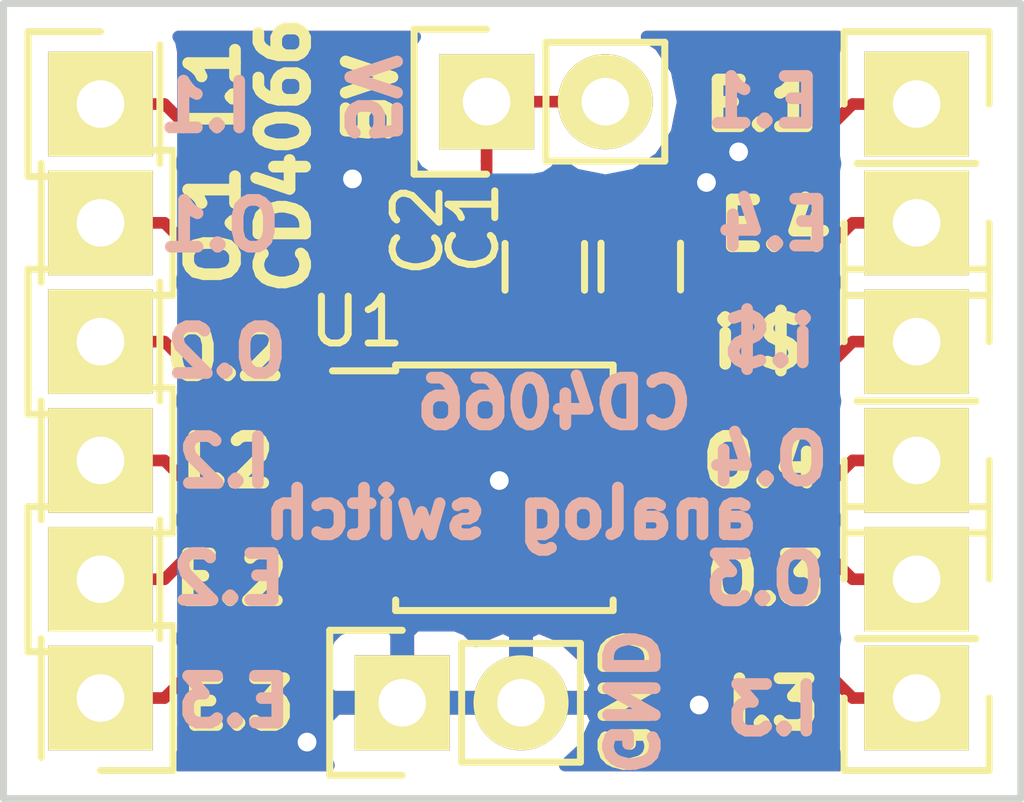
<source format=kicad_pcb>
(kicad_pcb (version 4) (host pcbnew 4.0.4+e1-6308~48~ubuntu16.04.1-stable)

  (general
    (links 20)
    (no_connects 0)
    (area 208.924999 86.674999 230.825001 103.825001)
    (thickness 1.6)
    (drawings 35)
    (tracks 96)
    (zones 0)
    (modules 17)
    (nets 15)
  )

  (page A4)
  (layers
    (0 F.Cu signal)
    (31 B.Cu signal)
    (32 B.Adhes user)
    (33 F.Adhes user)
    (34 B.Paste user)
    (35 F.Paste user)
    (36 B.SilkS user)
    (37 F.SilkS user)
    (38 B.Mask user)
    (39 F.Mask user)
    (40 Dwgs.User user)
    (41 Cmts.User user)
    (42 Eco1.User user)
    (43 Eco2.User user)
    (44 Edge.Cuts user)
    (45 Margin user)
    (46 B.CrtYd user)
    (47 F.CrtYd user)
    (48 B.Fab user hide)
    (49 F.Fab user hide)
  )

  (setup
    (last_trace_width 0.25)
    (trace_clearance 0.2)
    (zone_clearance 0.508)
    (zone_45_only no)
    (trace_min 0.2)
    (segment_width 0.2)
    (edge_width 0.15)
    (via_size 0.6)
    (via_drill 0.4)
    (via_min_size 0.4)
    (via_min_drill 0.3)
    (uvia_size 0.3)
    (uvia_drill 0.1)
    (uvias_allowed no)
    (uvia_min_size 0.2)
    (uvia_min_drill 0.1)
    (pcb_text_width 0.3)
    (pcb_text_size 1.5 1.5)
    (mod_edge_width 0.15)
    (mod_text_size 1 1)
    (mod_text_width 0.15)
    (pad_size 1.524 1.524)
    (pad_drill 0.762)
    (pad_to_mask_clearance 0.05)
    (aux_axis_origin 0 0)
    (visible_elements FFFFFF7F)
    (pcbplotparams
      (layerselection 0x010fc_80000001)
      (usegerberextensions true)
      (usegerberattributes true)
      (excludeedgelayer true)
      (linewidth 0.100000)
      (plotframeref false)
      (viasonmask false)
      (mode 1)
      (useauxorigin false)
      (hpglpennumber 1)
      (hpglpenspeed 20)
      (hpglpendiameter 15)
      (hpglpenoverlay 2)
      (psnegative false)
      (psa4output false)
      (plotreference true)
      (plotvalue true)
      (plotinvisibletext false)
      (padsonsilk false)
      (subtractmaskfromsilk true)
      (outputformat 1)
      (mirror false)
      (drillshape 0)
      (scaleselection 1)
      (outputdirectory as4_gerb/))
  )

  (net 0 "")
  (net 1 /VCC)
  (net 2 /GND)
  (net 3 /I.1)
  (net 4 /EN.1)
  (net 5 /I.2)
  (net 6 /EN.2)
  (net 7 /I.3)
  (net 8 /EN.3)
  (net 9 /I.4)
  (net 10 /EN.4)
  (net 11 /O.1)
  (net 12 /O.2)
  (net 13 /O.3)
  (net 14 /O.4)

  (net_class Default "This is the default net class."
    (clearance 0.2)
    (trace_width 0.25)
    (via_dia 0.6)
    (via_drill 0.4)
    (uvia_dia 0.3)
    (uvia_drill 0.1)
    (add_net /EN.1)
    (add_net /EN.2)
    (add_net /EN.3)
    (add_net /EN.4)
    (add_net /GND)
    (add_net /I.1)
    (add_net /I.2)
    (add_net /I.3)
    (add_net /I.4)
    (add_net /O.1)
    (add_net /O.2)
    (add_net /O.3)
    (add_net /O.4)
    (add_net /VCC)
  )

  (module Pin_Headers:Pin_Header_Straight_1x02 (layer F.Cu) (tedit 580FC953) (tstamp 580FC845)
    (at 219.329 88.8492 90)
    (descr "Through hole pin header")
    (tags "pin header")
    (path /581068F2)
    (fp_text reference P1 (at 0 -5.1 90) (layer F.SilkS) hide
      (effects (font (size 1 1) (thickness 0.15)))
    )
    (fp_text value CONN_01X02 (at 0 -3.1 90) (layer F.Fab)
      (effects (font (size 1 1) (thickness 0.15)))
    )
    (fp_line (start 1.27 1.27) (end 1.27 3.81) (layer F.SilkS) (width 0.15))
    (fp_line (start 1.55 -1.55) (end 1.55 0) (layer F.SilkS) (width 0.15))
    (fp_line (start -1.75 -1.75) (end -1.75 4.3) (layer F.CrtYd) (width 0.05))
    (fp_line (start 1.75 -1.75) (end 1.75 4.3) (layer F.CrtYd) (width 0.05))
    (fp_line (start -1.75 -1.75) (end 1.75 -1.75) (layer F.CrtYd) (width 0.05))
    (fp_line (start -1.75 4.3) (end 1.75 4.3) (layer F.CrtYd) (width 0.05))
    (fp_line (start 1.27 1.27) (end -1.27 1.27) (layer F.SilkS) (width 0.15))
    (fp_line (start -1.55 0) (end -1.55 -1.55) (layer F.SilkS) (width 0.15))
    (fp_line (start -1.55 -1.55) (end 1.55 -1.55) (layer F.SilkS) (width 0.15))
    (fp_line (start -1.27 1.27) (end -1.27 3.81) (layer F.SilkS) (width 0.15))
    (fp_line (start -1.27 3.81) (end 1.27 3.81) (layer F.SilkS) (width 0.15))
    (pad 1 thru_hole rect (at 0 0 90) (size 2.032 2.032) (drill 1.016) (layers *.Cu *.Mask F.SilkS)
      (net 1 /VCC))
    (pad 2 thru_hole oval (at 0 2.54 90) (size 2.032 2.032) (drill 1.016) (layers *.Cu *.Mask F.SilkS)
      (net 1 /VCC))
    (model Pin_Headers.3dshapes/Pin_Header_Straight_1x02.wrl
      (at (xyz 0 -0.05 0))
      (scale (xyz 1 1 1))
      (rotate (xyz 0 0 90))
    )
  )

  (module Pin_Headers:Pin_Header_Straight_1x02 (layer F.Cu) (tedit 580FC92D) (tstamp 580FC84B)
    (at 217.5256 101.7016 90)
    (descr "Through hole pin header")
    (tags "pin header")
    (path /581071D7)
    (fp_text reference P2 (at 0 -5.1 90) (layer F.SilkS) hide
      (effects (font (size 1 1) (thickness 0.15)))
    )
    (fp_text value CONN_01X02 (at 0 -3.1 90) (layer F.Fab)
      (effects (font (size 1 1) (thickness 0.15)))
    )
    (fp_line (start 1.27 1.27) (end 1.27 3.81) (layer F.SilkS) (width 0.15))
    (fp_line (start 1.55 -1.55) (end 1.55 0) (layer F.SilkS) (width 0.15))
    (fp_line (start -1.75 -1.75) (end -1.75 4.3) (layer F.CrtYd) (width 0.05))
    (fp_line (start 1.75 -1.75) (end 1.75 4.3) (layer F.CrtYd) (width 0.05))
    (fp_line (start -1.75 -1.75) (end 1.75 -1.75) (layer F.CrtYd) (width 0.05))
    (fp_line (start -1.75 4.3) (end 1.75 4.3) (layer F.CrtYd) (width 0.05))
    (fp_line (start 1.27 1.27) (end -1.27 1.27) (layer F.SilkS) (width 0.15))
    (fp_line (start -1.55 0) (end -1.55 -1.55) (layer F.SilkS) (width 0.15))
    (fp_line (start -1.55 -1.55) (end 1.55 -1.55) (layer F.SilkS) (width 0.15))
    (fp_line (start -1.27 1.27) (end -1.27 3.81) (layer F.SilkS) (width 0.15))
    (fp_line (start -1.27 3.81) (end 1.27 3.81) (layer F.SilkS) (width 0.15))
    (pad 1 thru_hole rect (at 0 0 90) (size 2.032 2.032) (drill 1.016) (layers *.Cu *.Mask F.SilkS)
      (net 2 /GND))
    (pad 2 thru_hole oval (at 0 2.54 90) (size 2.032 2.032) (drill 1.016) (layers *.Cu *.Mask F.SilkS)
      (net 2 /GND))
    (model Pin_Headers.3dshapes/Pin_Header_Straight_1x02.wrl
      (at (xyz 0 -0.05 0))
      (scale (xyz 1 1 1))
      (rotate (xyz 0 0 90))
    )
  )

  (module Pin_Headers:Pin_Header_Straight_1x01 (layer F.Cu) (tedit 580FC94F) (tstamp 580FC850)
    (at 211.074 88.9 90)
    (descr "Through hole pin header")
    (tags "pin header")
    (path /580FEA29)
    (fp_text reference P3 (at 0 -5.1 180) (layer F.SilkS) hide
      (effects (font (size 1 1) (thickness 0.15)))
    )
    (fp_text value CONN_01X01 (at 0 -3.1 90) (layer F.Fab)
      (effects (font (size 1 1) (thickness 0.15)))
    )
    (fp_line (start 1.55 -1.55) (end 1.55 0) (layer F.SilkS) (width 0.15))
    (fp_line (start -1.75 -1.75) (end -1.75 1.75) (layer F.CrtYd) (width 0.05))
    (fp_line (start 1.75 -1.75) (end 1.75 1.75) (layer F.CrtYd) (width 0.05))
    (fp_line (start -1.75 -1.75) (end 1.75 -1.75) (layer F.CrtYd) (width 0.05))
    (fp_line (start -1.75 1.75) (end 1.75 1.75) (layer F.CrtYd) (width 0.05))
    (fp_line (start -1.55 0) (end -1.55 -1.55) (layer F.SilkS) (width 0.15))
    (fp_line (start -1.55 -1.55) (end 1.55 -1.55) (layer F.SilkS) (width 0.15))
    (fp_line (start -1.27 1.27) (end 1.27 1.27) (layer F.SilkS) (width 0.15))
    (pad 1 thru_hole rect (at 0 0 90) (size 2.2352 2.2352) (drill 1.016) (layers *.Cu *.Mask F.SilkS)
      (net 3 /I.1))
    (model Pin_Headers.3dshapes/Pin_Header_Straight_1x01.wrl
      (at (xyz 0 0 0))
      (scale (xyz 1 1 1))
      (rotate (xyz 0 0 90))
    )
  )

  (module Pin_Headers:Pin_Header_Straight_1x01 (layer F.Cu) (tedit 580FCA2B) (tstamp 580FC855)
    (at 228.5238 88.9)
    (descr "Through hole pin header")
    (tags "pin header")
    (path /580FEA2F)
    (fp_text reference P4 (at 0 -5.1) (layer F.SilkS) hide
      (effects (font (size 1 1) (thickness 0.15)))
    )
    (fp_text value CONN_01X01 (at 0 -3.1) (layer F.Fab)
      (effects (font (size 1 1) (thickness 0.15)))
    )
    (fp_line (start 1.55 -1.55) (end 1.55 0) (layer F.SilkS) (width 0.15))
    (fp_line (start -1.75 -1.75) (end -1.75 1.75) (layer F.CrtYd) (width 0.05))
    (fp_line (start 1.75 -1.75) (end 1.75 1.75) (layer F.CrtYd) (width 0.05))
    (fp_line (start -1.75 -1.75) (end 1.75 -1.75) (layer F.CrtYd) (width 0.05))
    (fp_line (start -1.75 1.75) (end 1.75 1.75) (layer F.CrtYd) (width 0.05))
    (fp_line (start -1.55 0) (end -1.55 -1.55) (layer F.SilkS) (width 0.15))
    (fp_line (start -1.55 -1.55) (end 1.55 -1.55) (layer F.SilkS) (width 0.15))
    (fp_line (start -1.27 1.27) (end 1.27 1.27) (layer F.SilkS) (width 0.15))
    (pad 1 thru_hole rect (at 0 0) (size 2.2352 2.2352) (drill 1.016) (layers *.Cu *.Mask F.SilkS)
      (net 4 /EN.1))
    (model Pin_Headers.3dshapes/Pin_Header_Straight_1x01.wrl
      (at (xyz 0 0 0))
      (scale (xyz 1 1 1))
      (rotate (xyz 0 0 90))
    )
  )

  (module Pin_Headers:Pin_Header_Straight_1x01 (layer F.Cu) (tedit 580FC95E) (tstamp 580FC85A)
    (at 211.074 96.52 270)
    (descr "Through hole pin header")
    (tags "pin header")
    (path /580FCAE1)
    (fp_text reference P5 (at 0 -5.1 270) (layer F.SilkS) hide
      (effects (font (size 1 1) (thickness 0.15)))
    )
    (fp_text value CONN_01X01 (at 0 -3.1 270) (layer F.Fab)
      (effects (font (size 1 1) (thickness 0.15)))
    )
    (fp_line (start 1.55 -1.55) (end 1.55 0) (layer F.SilkS) (width 0.15))
    (fp_line (start -1.75 -1.75) (end -1.75 1.75) (layer F.CrtYd) (width 0.05))
    (fp_line (start 1.75 -1.75) (end 1.75 1.75) (layer F.CrtYd) (width 0.05))
    (fp_line (start -1.75 -1.75) (end 1.75 -1.75) (layer F.CrtYd) (width 0.05))
    (fp_line (start -1.75 1.75) (end 1.75 1.75) (layer F.CrtYd) (width 0.05))
    (fp_line (start -1.55 0) (end -1.55 -1.55) (layer F.SilkS) (width 0.15))
    (fp_line (start -1.55 -1.55) (end 1.55 -1.55) (layer F.SilkS) (width 0.15))
    (fp_line (start -1.27 1.27) (end 1.27 1.27) (layer F.SilkS) (width 0.15))
    (pad 1 thru_hole rect (at 0 0 270) (size 2.2352 2.2352) (drill 1.016) (layers *.Cu *.Mask F.SilkS)
      (net 5 /I.2))
    (model Pin_Headers.3dshapes/Pin_Header_Straight_1x01.wrl
      (at (xyz 0 0 0))
      (scale (xyz 1 1 1))
      (rotate (xyz 0 0 90))
    )
  )

  (module Pin_Headers:Pin_Header_Straight_1x01 (layer F.Cu) (tedit 580FC965) (tstamp 580FC85F)
    (at 211.074 99.06 90)
    (descr "Through hole pin header")
    (tags "pin header")
    (path /580FCCD9)
    (fp_text reference P6 (at 0 -5.1 90) (layer F.SilkS) hide
      (effects (font (size 1 1) (thickness 0.15)))
    )
    (fp_text value CONN_01X01 (at 0 -3.1 90) (layer F.Fab)
      (effects (font (size 1 1) (thickness 0.15)))
    )
    (fp_line (start 1.55 -1.55) (end 1.55 0) (layer F.SilkS) (width 0.15))
    (fp_line (start -1.75 -1.75) (end -1.75 1.75) (layer F.CrtYd) (width 0.05))
    (fp_line (start 1.75 -1.75) (end 1.75 1.75) (layer F.CrtYd) (width 0.05))
    (fp_line (start -1.75 -1.75) (end 1.75 -1.75) (layer F.CrtYd) (width 0.05))
    (fp_line (start -1.75 1.75) (end 1.75 1.75) (layer F.CrtYd) (width 0.05))
    (fp_line (start -1.55 0) (end -1.55 -1.55) (layer F.SilkS) (width 0.15))
    (fp_line (start -1.55 -1.55) (end 1.55 -1.55) (layer F.SilkS) (width 0.15))
    (fp_line (start -1.27 1.27) (end 1.27 1.27) (layer F.SilkS) (width 0.15))
    (pad 1 thru_hole rect (at 0 0 90) (size 2.2352 2.2352) (drill 1.016) (layers *.Cu *.Mask F.SilkS)
      (net 6 /EN.2))
    (model Pin_Headers.3dshapes/Pin_Header_Straight_1x01.wrl
      (at (xyz 0 0 0))
      (scale (xyz 1 1 1))
      (rotate (xyz 0 0 90))
    )
  )

  (module Pin_Headers:Pin_Header_Straight_1x01 (layer F.Cu) (tedit 580FCAEC) (tstamp 580FC864)
    (at 228.5238 101.6 180)
    (descr "Through hole pin header")
    (tags "pin header")
    (path /580FECE8)
    (fp_text reference P7 (at 0 -5.1 180) (layer F.SilkS) hide
      (effects (font (size 1 1) (thickness 0.15)))
    )
    (fp_text value CONN_01X01 (at 0 -3.1 180) (layer F.Fab)
      (effects (font (size 1 1) (thickness 0.15)))
    )
    (fp_line (start 1.55 -1.55) (end 1.55 0) (layer F.SilkS) (width 0.15))
    (fp_line (start -1.75 -1.75) (end -1.75 1.75) (layer F.CrtYd) (width 0.05))
    (fp_line (start 1.75 -1.75) (end 1.75 1.75) (layer F.CrtYd) (width 0.05))
    (fp_line (start -1.75 -1.75) (end 1.75 -1.75) (layer F.CrtYd) (width 0.05))
    (fp_line (start -1.75 1.75) (end 1.75 1.75) (layer F.CrtYd) (width 0.05))
    (fp_line (start -1.55 0) (end -1.55 -1.55) (layer F.SilkS) (width 0.15))
    (fp_line (start -1.55 -1.55) (end 1.55 -1.55) (layer F.SilkS) (width 0.15))
    (fp_line (start -1.27 1.27) (end 1.27 1.27) (layer F.SilkS) (width 0.15))
    (pad 1 thru_hole rect (at 0 0 180) (size 2.2352 2.2352) (drill 1.016) (layers *.Cu *.Mask F.SilkS)
      (net 7 /I.3))
    (model Pin_Headers.3dshapes/Pin_Header_Straight_1x01.wrl
      (at (xyz 0 0 0))
      (scale (xyz 1 1 1))
      (rotate (xyz 0 0 90))
    )
  )

  (module Pin_Headers:Pin_Header_Straight_1x01 (layer F.Cu) (tedit 580FC972) (tstamp 580FC869)
    (at 211.074 101.6 270)
    (descr "Through hole pin header")
    (tags "pin header")
    (path /580FECEE)
    (fp_text reference P8 (at 0 -5.1 270) (layer F.SilkS) hide
      (effects (font (size 1 1) (thickness 0.15)))
    )
    (fp_text value CONN_01X01 (at 0 -3.1 270) (layer F.Fab)
      (effects (font (size 1 1) (thickness 0.15)))
    )
    (fp_line (start 1.55 -1.55) (end 1.55 0) (layer F.SilkS) (width 0.15))
    (fp_line (start -1.75 -1.75) (end -1.75 1.75) (layer F.CrtYd) (width 0.05))
    (fp_line (start 1.75 -1.75) (end 1.75 1.75) (layer F.CrtYd) (width 0.05))
    (fp_line (start -1.75 -1.75) (end 1.75 -1.75) (layer F.CrtYd) (width 0.05))
    (fp_line (start -1.75 1.75) (end 1.75 1.75) (layer F.CrtYd) (width 0.05))
    (fp_line (start -1.55 0) (end -1.55 -1.55) (layer F.SilkS) (width 0.15))
    (fp_line (start -1.55 -1.55) (end 1.55 -1.55) (layer F.SilkS) (width 0.15))
    (fp_line (start -1.27 1.27) (end 1.27 1.27) (layer F.SilkS) (width 0.15))
    (pad 1 thru_hole rect (at 0 0 270) (size 2.2352 2.2352) (drill 1.016) (layers *.Cu *.Mask F.SilkS)
      (net 8 /EN.3))
    (model Pin_Headers.3dshapes/Pin_Header_Straight_1x01.wrl
      (at (xyz 0 0 0))
      (scale (xyz 1 1 1))
      (rotate (xyz 0 0 90))
    )
  )

  (module Pin_Headers:Pin_Header_Straight_1x01 (layer F.Cu) (tedit 580FCAF1) (tstamp 580FC86E)
    (at 228.5238 93.98)
    (descr "Through hole pin header")
    (tags "pin header")
    (path /580FF982)
    (fp_text reference P9 (at 0 -5.1) (layer F.SilkS) hide
      (effects (font (size 1 1) (thickness 0.15)))
    )
    (fp_text value CONN_01X01 (at 0 -3.1) (layer F.Fab)
      (effects (font (size 1 1) (thickness 0.15)))
    )
    (fp_line (start 1.55 -1.55) (end 1.55 0) (layer F.SilkS) (width 0.15))
    (fp_line (start -1.75 -1.75) (end -1.75 1.75) (layer F.CrtYd) (width 0.05))
    (fp_line (start 1.75 -1.75) (end 1.75 1.75) (layer F.CrtYd) (width 0.05))
    (fp_line (start -1.75 -1.75) (end 1.75 -1.75) (layer F.CrtYd) (width 0.05))
    (fp_line (start -1.75 1.75) (end 1.75 1.75) (layer F.CrtYd) (width 0.05))
    (fp_line (start -1.55 0) (end -1.55 -1.55) (layer F.SilkS) (width 0.15))
    (fp_line (start -1.55 -1.55) (end 1.55 -1.55) (layer F.SilkS) (width 0.15))
    (fp_line (start -1.27 1.27) (end 1.27 1.27) (layer F.SilkS) (width 0.15))
    (pad 1 thru_hole rect (at 0 0) (size 2.2352 2.2352) (drill 1.016) (layers *.Cu *.Mask F.SilkS)
      (net 9 /I.4))
    (model Pin_Headers.3dshapes/Pin_Header_Straight_1x01.wrl
      (at (xyz 0 0 0))
      (scale (xyz 1 1 1))
      (rotate (xyz 0 0 90))
    )
  )

  (module Pin_Headers:Pin_Header_Straight_1x01 (layer F.Cu) (tedit 580FCAD4) (tstamp 580FC873)
    (at 228.5238 91.44 180)
    (descr "Through hole pin header")
    (tags "pin header")
    (path /580FF988)
    (fp_text reference P10 (at 0 -5.1 180) (layer F.SilkS) hide
      (effects (font (size 1 1) (thickness 0.15)))
    )
    (fp_text value CONN_01X01 (at 0 -3.1 180) (layer F.Fab)
      (effects (font (size 1 1) (thickness 0.15)))
    )
    (fp_line (start 1.55 -1.55) (end 1.55 0) (layer F.SilkS) (width 0.15))
    (fp_line (start -1.75 -1.75) (end -1.75 1.75) (layer F.CrtYd) (width 0.05))
    (fp_line (start 1.75 -1.75) (end 1.75 1.75) (layer F.CrtYd) (width 0.05))
    (fp_line (start -1.75 -1.75) (end 1.75 -1.75) (layer F.CrtYd) (width 0.05))
    (fp_line (start -1.75 1.75) (end 1.75 1.75) (layer F.CrtYd) (width 0.05))
    (fp_line (start -1.55 0) (end -1.55 -1.55) (layer F.SilkS) (width 0.15))
    (fp_line (start -1.55 -1.55) (end 1.55 -1.55) (layer F.SilkS) (width 0.15))
    (fp_line (start -1.27 1.27) (end 1.27 1.27) (layer F.SilkS) (width 0.15))
    (pad 1 thru_hole rect (at 0 0 180) (size 2.2352 2.2352) (drill 1.016) (layers *.Cu *.Mask F.SilkS)
      (net 10 /EN.4))
    (model Pin_Headers.3dshapes/Pin_Header_Straight_1x01.wrl
      (at (xyz 0 0 0))
      (scale (xyz 1 1 1))
      (rotate (xyz 0 0 90))
    )
  )

  (module Pin_Headers:Pin_Header_Straight_1x01 (layer F.Cu) (tedit 580FC941) (tstamp 580FC878)
    (at 211.074 91.44 270)
    (descr "Through hole pin header")
    (tags "pin header")
    (path /580FEA35)
    (fp_text reference P11 (at 0 -5.1 270) (layer F.SilkS) hide
      (effects (font (size 1 1) (thickness 0.15)))
    )
    (fp_text value CONN_01X01 (at 0 -3.1 270) (layer F.Fab)
      (effects (font (size 1 1) (thickness 0.15)))
    )
    (fp_line (start 1.55 -1.55) (end 1.55 0) (layer F.SilkS) (width 0.15))
    (fp_line (start -1.75 -1.75) (end -1.75 1.75) (layer F.CrtYd) (width 0.05))
    (fp_line (start 1.75 -1.75) (end 1.75 1.75) (layer F.CrtYd) (width 0.05))
    (fp_line (start -1.75 -1.75) (end 1.75 -1.75) (layer F.CrtYd) (width 0.05))
    (fp_line (start -1.75 1.75) (end 1.75 1.75) (layer F.CrtYd) (width 0.05))
    (fp_line (start -1.55 0) (end -1.55 -1.55) (layer F.SilkS) (width 0.15))
    (fp_line (start -1.55 -1.55) (end 1.55 -1.55) (layer F.SilkS) (width 0.15))
    (fp_line (start -1.27 1.27) (end 1.27 1.27) (layer F.SilkS) (width 0.15))
    (pad 1 thru_hole rect (at 0 0 270) (size 2.2352 2.2352) (drill 1.016) (layers *.Cu *.Mask F.SilkS)
      (net 11 /O.1))
    (model Pin_Headers.3dshapes/Pin_Header_Straight_1x01.wrl
      (at (xyz 0 0 0))
      (scale (xyz 1 1 1))
      (rotate (xyz 0 0 90))
    )
  )

  (module Pin_Headers:Pin_Header_Straight_1x01 (layer F.Cu) (tedit 580FC947) (tstamp 580FC87D)
    (at 211.074 93.98 90)
    (descr "Through hole pin header")
    (tags "pin header")
    (path /580FCD00)
    (fp_text reference P12 (at 0 -5.1 90) (layer F.SilkS) hide
      (effects (font (size 1 1) (thickness 0.15)))
    )
    (fp_text value CONN_01X01 (at 0 -3.1 90) (layer F.Fab)
      (effects (font (size 1 1) (thickness 0.15)))
    )
    (fp_line (start 1.55 -1.55) (end 1.55 0) (layer F.SilkS) (width 0.15))
    (fp_line (start -1.75 -1.75) (end -1.75 1.75) (layer F.CrtYd) (width 0.05))
    (fp_line (start 1.75 -1.75) (end 1.75 1.75) (layer F.CrtYd) (width 0.05))
    (fp_line (start -1.75 -1.75) (end 1.75 -1.75) (layer F.CrtYd) (width 0.05))
    (fp_line (start -1.75 1.75) (end 1.75 1.75) (layer F.CrtYd) (width 0.05))
    (fp_line (start -1.55 0) (end -1.55 -1.55) (layer F.SilkS) (width 0.15))
    (fp_line (start -1.55 -1.55) (end 1.55 -1.55) (layer F.SilkS) (width 0.15))
    (fp_line (start -1.27 1.27) (end 1.27 1.27) (layer F.SilkS) (width 0.15))
    (pad 1 thru_hole rect (at 0 0 90) (size 2.2352 2.2352) (drill 1.016) (layers *.Cu *.Mask F.SilkS)
      (net 12 /O.2))
    (model Pin_Headers.3dshapes/Pin_Header_Straight_1x01.wrl
      (at (xyz 0 0 0))
      (scale (xyz 1 1 1))
      (rotate (xyz 0 0 90))
    )
  )

  (module Pin_Headers:Pin_Header_Straight_1x01 (layer F.Cu) (tedit 580FCAED) (tstamp 580FC882)
    (at 228.5238 99.06)
    (descr "Through hole pin header")
    (tags "pin header")
    (path /580FECF4)
    (fp_text reference P13 (at 0 -5.1) (layer F.SilkS) hide
      (effects (font (size 1 1) (thickness 0.15)))
    )
    (fp_text value CONN_01X01 (at 0 -3.1) (layer F.Fab)
      (effects (font (size 1 1) (thickness 0.15)))
    )
    (fp_line (start 1.55 -1.55) (end 1.55 0) (layer F.SilkS) (width 0.15))
    (fp_line (start -1.75 -1.75) (end -1.75 1.75) (layer F.CrtYd) (width 0.05))
    (fp_line (start 1.75 -1.75) (end 1.75 1.75) (layer F.CrtYd) (width 0.05))
    (fp_line (start -1.75 -1.75) (end 1.75 -1.75) (layer F.CrtYd) (width 0.05))
    (fp_line (start -1.75 1.75) (end 1.75 1.75) (layer F.CrtYd) (width 0.05))
    (fp_line (start -1.55 0) (end -1.55 -1.55) (layer F.SilkS) (width 0.15))
    (fp_line (start -1.55 -1.55) (end 1.55 -1.55) (layer F.SilkS) (width 0.15))
    (fp_line (start -1.27 1.27) (end 1.27 1.27) (layer F.SilkS) (width 0.15))
    (pad 1 thru_hole rect (at 0 0) (size 2.2352 2.2352) (drill 1.016) (layers *.Cu *.Mask F.SilkS)
      (net 13 /O.3))
    (model Pin_Headers.3dshapes/Pin_Header_Straight_1x01.wrl
      (at (xyz 0 0 0))
      (scale (xyz 1 1 1))
      (rotate (xyz 0 0 90))
    )
  )

  (module Pin_Headers:Pin_Header_Straight_1x01 (layer F.Cu) (tedit 580FCAEF) (tstamp 580FC887)
    (at 228.5238 96.52 180)
    (descr "Through hole pin header")
    (tags "pin header")
    (path /580FF98E)
    (fp_text reference P14 (at 0 -5.1 180) (layer F.SilkS) hide
      (effects (font (size 1 1) (thickness 0.15)))
    )
    (fp_text value CONN_01X01 (at 0 -3.1 180) (layer F.Fab)
      (effects (font (size 1 1) (thickness 0.15)))
    )
    (fp_line (start 1.55 -1.55) (end 1.55 0) (layer F.SilkS) (width 0.15))
    (fp_line (start -1.75 -1.75) (end -1.75 1.75) (layer F.CrtYd) (width 0.05))
    (fp_line (start 1.75 -1.75) (end 1.75 1.75) (layer F.CrtYd) (width 0.05))
    (fp_line (start -1.75 -1.75) (end 1.75 -1.75) (layer F.CrtYd) (width 0.05))
    (fp_line (start -1.75 1.75) (end 1.75 1.75) (layer F.CrtYd) (width 0.05))
    (fp_line (start -1.55 0) (end -1.55 -1.55) (layer F.SilkS) (width 0.15))
    (fp_line (start -1.55 -1.55) (end 1.55 -1.55) (layer F.SilkS) (width 0.15))
    (fp_line (start -1.27 1.27) (end 1.27 1.27) (layer F.SilkS) (width 0.15))
    (pad 1 thru_hole rect (at 0 0 180) (size 2.2352 2.2352) (drill 1.016) (layers *.Cu *.Mask F.SilkS)
      (net 14 /O.4))
    (model Pin_Headers.3dshapes/Pin_Header_Straight_1x01.wrl
      (at (xyz 0 0 0))
      (scale (xyz 1 1 1))
      (rotate (xyz 0 0 90))
    )
  )

  (module Housings_SSOP:TSSOP-14_4.4x5mm_Pitch0.65mm (layer F.Cu) (tedit 54130A77) (tstamp 580FC899)
    (at 219.71 97.1042)
    (descr "14-Lead Plastic Thin Shrink Small Outline (ST)-4.4 mm Body [TSSOP] (see Microchip Packaging Specification 00000049BS.pdf)")
    (tags "SSOP 0.65")
    (path /580FC076)
    (attr smd)
    (fp_text reference U1 (at -3.15 -3.55) (layer F.SilkS)
      (effects (font (size 1 1) (thickness 0.15)))
    )
    (fp_text value 4066 (at 0 3.55) (layer F.Fab)
      (effects (font (size 1 1) (thickness 0.15)))
    )
    (fp_line (start -1.2 -2.5) (end 2.2 -2.5) (layer F.Fab) (width 0.15))
    (fp_line (start 2.2 -2.5) (end 2.2 2.5) (layer F.Fab) (width 0.15))
    (fp_line (start 2.2 2.5) (end -2.2 2.5) (layer F.Fab) (width 0.15))
    (fp_line (start -2.2 2.5) (end -2.2 -1.5) (layer F.Fab) (width 0.15))
    (fp_line (start -2.2 -1.5) (end -1.2 -2.5) (layer F.Fab) (width 0.15))
    (fp_line (start -3.95 -2.8) (end -3.95 2.8) (layer F.CrtYd) (width 0.05))
    (fp_line (start 3.95 -2.8) (end 3.95 2.8) (layer F.CrtYd) (width 0.05))
    (fp_line (start -3.95 -2.8) (end 3.95 -2.8) (layer F.CrtYd) (width 0.05))
    (fp_line (start -3.95 2.8) (end 3.95 2.8) (layer F.CrtYd) (width 0.05))
    (fp_line (start -2.325 -2.625) (end -2.325 -2.5) (layer F.SilkS) (width 0.15))
    (fp_line (start 2.325 -2.625) (end 2.325 -2.4) (layer F.SilkS) (width 0.15))
    (fp_line (start 2.325 2.625) (end 2.325 2.4) (layer F.SilkS) (width 0.15))
    (fp_line (start -2.325 2.625) (end -2.325 2.4) (layer F.SilkS) (width 0.15))
    (fp_line (start -2.325 -2.625) (end 2.325 -2.625) (layer F.SilkS) (width 0.15))
    (fp_line (start -2.325 2.625) (end 2.325 2.625) (layer F.SilkS) (width 0.15))
    (fp_line (start -2.325 -2.5) (end -3.675 -2.5) (layer F.SilkS) (width 0.15))
    (pad 1 smd rect (at -2.95 -1.95) (size 1.45 0.45) (layers F.Cu F.Paste F.Mask)
      (net 3 /I.1))
    (pad 2 smd rect (at -2.95 -1.3) (size 1.45 0.45) (layers F.Cu F.Paste F.Mask)
      (net 11 /O.1))
    (pad 3 smd rect (at -2.95 -0.65) (size 1.45 0.45) (layers F.Cu F.Paste F.Mask)
      (net 12 /O.2))
    (pad 4 smd rect (at -2.95 0) (size 1.45 0.45) (layers F.Cu F.Paste F.Mask)
      (net 5 /I.2))
    (pad 5 smd rect (at -2.95 0.65) (size 1.45 0.45) (layers F.Cu F.Paste F.Mask)
      (net 6 /EN.2))
    (pad 6 smd rect (at -2.95 1.3) (size 1.45 0.45) (layers F.Cu F.Paste F.Mask)
      (net 8 /EN.3))
    (pad 7 smd rect (at -2.95 1.95) (size 1.45 0.45) (layers F.Cu F.Paste F.Mask)
      (net 2 /GND))
    (pad 8 smd rect (at 2.95 1.95) (size 1.45 0.45) (layers F.Cu F.Paste F.Mask)
      (net 7 /I.3))
    (pad 9 smd rect (at 2.95 1.3) (size 1.45 0.45) (layers F.Cu F.Paste F.Mask)
      (net 13 /O.3))
    (pad 10 smd rect (at 2.95 0.65) (size 1.45 0.45) (layers F.Cu F.Paste F.Mask)
      (net 14 /O.4))
    (pad 11 smd rect (at 2.95 0) (size 1.45 0.45) (layers F.Cu F.Paste F.Mask)
      (net 9 /I.4))
    (pad 12 smd rect (at 2.95 -0.65) (size 1.45 0.45) (layers F.Cu F.Paste F.Mask)
      (net 10 /EN.4))
    (pad 13 smd rect (at 2.95 -1.3) (size 1.45 0.45) (layers F.Cu F.Paste F.Mask)
      (net 4 /EN.1))
    (pad 14 smd rect (at 2.95 -1.95) (size 1.45 0.45) (layers F.Cu F.Paste F.Mask)
      (net 1 /VCC))
    (model Housings_SSOP.3dshapes/TSSOP-14_4.4x5mm_Pitch0.65mm.wrl
      (at (xyz 0 0 0))
      (scale (xyz 1 1 1))
      (rotate (xyz 0 0 0))
    )
  )

  (module Capacitors_SMD:C_0805 (layer F.Cu) (tedit 5415D6EA) (tstamp 580FCE47)
    (at 222.6257 92.3742 90)
    (descr "Capacitor SMD 0805, reflow soldering, AVX (see smccp.pdf)")
    (tags "capacitor 0805")
    (path /581076E6)
    (attr smd)
    (fp_text reference C1 (at 0.8326 -3.5761 90) (layer F.SilkS)
      (effects (font (size 1 1) (thickness 0.15)))
    )
    (fp_text value 0.1uF (at 0 2.1 90) (layer F.Fab)
      (effects (font (size 1 1) (thickness 0.15)))
    )
    (fp_line (start -1 0.625) (end -1 -0.625) (layer F.Fab) (width 0.15))
    (fp_line (start 1 0.625) (end -1 0.625) (layer F.Fab) (width 0.15))
    (fp_line (start 1 -0.625) (end 1 0.625) (layer F.Fab) (width 0.15))
    (fp_line (start -1 -0.625) (end 1 -0.625) (layer F.Fab) (width 0.15))
    (fp_line (start -1.8 -1) (end 1.8 -1) (layer F.CrtYd) (width 0.05))
    (fp_line (start -1.8 1) (end 1.8 1) (layer F.CrtYd) (width 0.05))
    (fp_line (start -1.8 -1) (end -1.8 1) (layer F.CrtYd) (width 0.05))
    (fp_line (start 1.8 -1) (end 1.8 1) (layer F.CrtYd) (width 0.05))
    (fp_line (start 0.5 -0.85) (end -0.5 -0.85) (layer F.SilkS) (width 0.15))
    (fp_line (start -0.5 0.85) (end 0.5 0.85) (layer F.SilkS) (width 0.15))
    (pad 1 smd rect (at -1 0 90) (size 1 1.25) (layers F.Cu F.Paste F.Mask)
      (net 1 /VCC))
    (pad 2 smd rect (at 1 0 90) (size 1 1.25) (layers F.Cu F.Paste F.Mask)
      (net 2 /GND))
    (model Capacitors_SMD.3dshapes/C_0805.wrl
      (at (xyz 0 0 0))
      (scale (xyz 1 1 1))
      (rotate (xyz 0 0 0))
    )
  )

  (module Capacitors_SMD:C_0805 (layer F.Cu) (tedit 5415D6EA) (tstamp 580FCE4C)
    (at 220.5736 92.3798 90)
    (descr "Capacitor SMD 0805, reflow soldering, AVX (see smccp.pdf)")
    (tags "capacitor 0805")
    (path /58107963)
    (attr smd)
    (fp_text reference C2 (at 0.7874 -2.7178 90) (layer F.SilkS)
      (effects (font (size 1 1) (thickness 0.15)))
    )
    (fp_text value 1uF (at 0 2.1 90) (layer F.Fab)
      (effects (font (size 1 1) (thickness 0.15)))
    )
    (fp_line (start -1 0.625) (end -1 -0.625) (layer F.Fab) (width 0.15))
    (fp_line (start 1 0.625) (end -1 0.625) (layer F.Fab) (width 0.15))
    (fp_line (start 1 -0.625) (end 1 0.625) (layer F.Fab) (width 0.15))
    (fp_line (start -1 -0.625) (end 1 -0.625) (layer F.Fab) (width 0.15))
    (fp_line (start -1.8 -1) (end 1.8 -1) (layer F.CrtYd) (width 0.05))
    (fp_line (start -1.8 1) (end 1.8 1) (layer F.CrtYd) (width 0.05))
    (fp_line (start -1.8 -1) (end -1.8 1) (layer F.CrtYd) (width 0.05))
    (fp_line (start 1.8 -1) (end 1.8 1) (layer F.CrtYd) (width 0.05))
    (fp_line (start 0.5 -0.85) (end -0.5 -0.85) (layer F.SilkS) (width 0.15))
    (fp_line (start -0.5 0.85) (end 0.5 0.85) (layer F.SilkS) (width 0.15))
    (pad 1 smd rect (at -1 0 90) (size 1 1.25) (layers F.Cu F.Paste F.Mask)
      (net 1 /VCC))
    (pad 2 smd rect (at 1 0 90) (size 1 1.25) (layers F.Cu F.Paste F.Mask)
      (net 2 /GND))
    (model Capacitors_SMD.3dshapes/C_0805.wrl
      (at (xyz 0 0 0))
      (scale (xyz 1 1 1))
      (rotate (xyz 0 0 0))
    )
  )

  (gr_text "analog switch" (at 219.85 97.65) (layer B.SilkS) (tstamp 58100674)
    (effects (font (size 1 1) (thickness 0.25)) (justify mirror))
  )
  (gr_text CD4066 (at 220.775 95.3) (layer B.SilkS) (tstamp 5810066B)
    (effects (font (size 1 1) (thickness 0.25)) (justify mirror))
  )
  (gr_text I.3 (at 225.4504 101.85) (layer B.SilkS) (tstamp 58100665)
    (effects (font (size 1 1) (thickness 0.25)) (justify mirror))
  )
  (gr_text O.3 (at 225.275 99.06) (layer B.SilkS) (tstamp 58100663)
    (effects (font (size 1 1) (thickness 0.25)) (justify mirror))
  )
  (gr_text O.4 (at 225.35 96.5) (layer B.SilkS) (tstamp 58100661)
    (effects (font (size 1 1) (thickness 0.25)) (justify mirror))
  )
  (gr_text i.$ (at 225.375 93.975) (layer B.SilkS) (tstamp 5810065D)
    (effects (font (size 1 1) (thickness 0.25)) (justify mirror))
  )
  (gr_text E.4 (at 225.475 91.475) (layer B.SilkS) (tstamp 5810065A)
    (effects (font (size 1 1) (thickness 0.25)) (justify mirror))
  )
  (gr_text E.1 (at 225.25 88.85) (layer B.SilkS) (tstamp 58100655)
    (effects (font (size 1 1) (thickness 0.25)) (justify mirror))
  )
  (gr_text O.2 (at 213.775 94.2) (layer B.SilkS) (tstamp 58100650)
    (effects (font (size 1 1) (thickness 0.25)) (justify mirror))
  )
  (gr_text I.2 (at 213.725 96.55) (layer B.SilkS) (tstamp 58100628)
    (effects (font (size 1 1) (thickness 0.25)) (justify mirror))
  )
  (gr_text E.2 (at 213.825 99.05) (layer B.SilkS) (tstamp 58100627)
    (effects (font (size 1 1) (thickness 0.25)) (justify mirror))
  )
  (gr_text E.3 (at 213.925 101.675) (layer B.SilkS) (tstamp 58100626)
    (effects (font (size 1 1) (thickness 0.25)) (justify mirror))
  )
  (gr_text I.1 (at 213.325 88.95) (layer B.SilkS) (tstamp 58100625)
    (effects (font (size 1 1) (thickness 0.25)) (justify mirror))
  )
  (gr_text O.1 (at 213.625 91.5) (layer B.SilkS) (tstamp 58100624)
    (effects (font (size 1 1) (thickness 0.25)) (justify mirror))
  )
  (gr_text GND (at 222.375 101.675 270) (layer B.SilkS) (tstamp 581005FD)
    (effects (font (size 1 1) (thickness 0.25)) (justify mirror))
  )
  (gr_text 5V (at 216.8652 88.7984 270) (layer B.SilkS) (tstamp 581005F5)
    (effects (font (size 1 1) (thickness 0.25)) (justify mirror))
  )
  (gr_text CD4066 (at 215 90 90) (layer F.SilkS) (tstamp 580FCF70)
    (effects (font (size 1 1) (thickness 0.25)))
  )
  (gr_line (start 209 86.75) (end 230.75 86.75) (layer Edge.Cuts) (width 0.15))
  (gr_line (start 209 103.75) (end 209 86.75) (layer Edge.Cuts) (width 0.15))
  (gr_line (start 230.75 103.75) (end 209 103.75) (layer Edge.Cuts) (width 0.15))
  (gr_line (start 230.75 86.75) (end 230.75 103.75) (layer Edge.Cuts) (width 0.15))
  (gr_text E.1 (at 225.1964 88.9254) (layer F.SilkS) (tstamp 580FCF4C)
    (effects (font (size 1 1) (thickness 0.25)))
  )
  (gr_text O.4 (at 225.2218 96.5454) (layer F.SilkS) (tstamp 580FCF4B)
    (effects (font (size 1 1) (thickness 0.25)))
  )
  (gr_text i.$ (at 225.1456 94.0054) (layer F.SilkS) (tstamp 580FCF4A)
    (effects (font (size 1 1) (thickness 0.25)))
  )
  (gr_text E.4 (at 225.5012 91.4908) (layer F.SilkS) (tstamp 580FCF49)
    (effects (font (size 1 1) (thickness 0.25)))
  )
  (gr_text I.3 (at 225.4504 101.727) (layer F.SilkS) (tstamp 580FCF48)
    (effects (font (size 1 1) (thickness 0.25)))
  )
  (gr_text O.3 (at 225.298 99.06) (layer F.SilkS) (tstamp 580FCF47)
    (effects (font (size 1 1) (thickness 0.25)))
  )
  (gr_text E.3 (at 214.0204 101.727) (layer F.SilkS) (tstamp 580FCF3B)
    (effects (font (size 1 1) (thickness 0.25)))
  )
  (gr_text E.2 (at 213.868 99.06) (layer F.SilkS) (tstamp 580FCF20)
    (effects (font (size 1 1) (thickness 0.25)))
  )
  (gr_text I.2 (at 213.7918 96.5454) (layer F.SilkS) (tstamp 580FCF1F)
    (effects (font (size 1 1) (thickness 0.25)))
  )
  (gr_text O.2 (at 213.75 94.25) (layer F.SilkS) (tstamp 580FCF18)
    (effects (font (size 1 1) (thickness 0.25)))
  )
  (gr_text O.1 (at 213.5 91.4908 90) (layer F.SilkS) (tstamp 580FCF0E)
    (effects (font (size 1 1) (thickness 0.25)))
  )
  (gr_text I.1 (at 213.5 88.5 90) (layer F.SilkS) (tstamp 580FCF0A)
    (effects (font (size 1 1) (thickness 0.25)))
  )
  (gr_text 5V (at 216.8652 88.7984 90) (layer F.SilkS) (tstamp 580FCEA4)
    (effects (font (size 1 1) (thickness 0.25)))
  )
  (gr_text GND (at 222.377 101.6762 90) (layer F.SilkS)
    (effects (font (size 1 1) (thickness 0.25)))
  )

  (segment (start 222.66 95.1542) (end 223.635 95.1542) (width 0.25) (layer F.Cu) (net 1))
  (segment (start 223.635 95.1542) (end 224.05 94.7392) (width 0.25) (layer F.Cu) (net 1))
  (segment (start 224.05 94.7392) (end 224.05 93.9235) (width 0.25) (layer F.Cu) (net 1))
  (segment (start 224.05 93.9235) (end 223.5007 93.3742) (width 0.25) (layer F.Cu) (net 1))
  (segment (start 223.5007 93.3742) (end 222.6257 93.3742) (width 0.25) (layer F.Cu) (net 1))
  (segment (start 219.329 88.8492) (end 220.595 88.8492) (width 0.25) (layer F.Cu) (net 1))
  (segment (start 220.595 88.8492) (end 221.869 88.8492) (width 0.25) (layer F.Cu) (net 1))
  (segment (start 220.5736 93.3798) (end 219.6986 93.3798) (width 0.25) (layer F.Cu) (net 1))
  (segment (start 219.6986 93.3798) (end 219.329 93.0102) (width 0.25) (layer F.Cu) (net 1))
  (segment (start 219.329 93.0102) (end 219.329 90.1152) (width 0.25) (layer F.Cu) (net 1))
  (segment (start 219.329 90.1152) (end 219.329 88.8492) (width 0.25) (layer F.Cu) (net 1))
  (segment (start 222.6257 93.3742) (end 220.5792 93.3742) (width 0.25) (layer F.Cu) (net 1))
  (segment (start 220.5792 93.3742) (end 220.5736 93.3798) (width 0.25) (layer F.Cu) (net 1))
  (segment (start 224.684422 89.922398) (end 224.717394 89.922398) (width 0.25) (layer F.Cu) (net 2))
  (segment (start 224.030492 90.576328) (end 224.684422 89.922398) (width 0.25) (layer F.Cu) (net 2))
  (via (at 224.717394 89.922398) (size 0.6) (drill 0.4) (layers F.Cu B.Cu) (net 2))
  (segment (start 223.606228 90.576328) (end 224.030492 90.576328) (width 0.25) (layer F.Cu) (net 2))
  (segment (start 223.548572 90.576328) (end 223.606228 90.576328) (width 0.25) (layer F.Cu) (net 2))
  (segment (start 222.7507 91.3742) (end 223.548572 90.576328) (width 0.25) (layer F.Cu) (net 2))
  (segment (start 222.6257 91.3742) (end 222.7507 91.3742) (width 0.25) (layer F.Cu) (net 2))
  (via (at 224.030492 90.576328) (size 0.6) (drill 0.4) (layers F.Cu B.Cu) (net 2))
  (segment (start 216.2596 101.7016) (end 215.490513 102.470687) (width 0.25) (layer B.Cu) (net 2))
  (segment (start 215.490513 102.470687) (end 215.490513 102.542047) (width 0.25) (layer B.Cu) (net 2))
  (segment (start 217.5256 101.7016) (end 216.2596 101.7016) (width 0.25) (layer B.Cu) (net 2))
  (via (at 215.490513 102.542047) (size 0.6) (drill 0.4) (layers F.Cu B.Cu) (net 2))
  (segment (start 220.0656 101.7016) (end 223.8266 101.7016) (width 0.25) (layer F.Cu) (net 2))
  (segment (start 223.8266 101.7016) (end 223.875 101.75) (width 0.25) (layer F.Cu) (net 2))
  (via (at 223.875 101.75) (size 0.6) (drill 0.4) (layers F.Cu B.Cu) (net 2))
  (segment (start 220.0656 101.7016) (end 220.0656 97.4156) (width 0.25) (layer B.Cu) (net 2))
  (segment (start 220.0656 97.4156) (end 219.6 96.95) (width 0.25) (layer B.Cu) (net 2))
  (via (at 219.6 96.95) (size 0.6) (drill 0.4) (layers F.Cu B.Cu) (net 2))
  (segment (start 216.761168 90.800459) (end 216.461169 90.50046) (width 0.25) (layer B.Cu) (net 2))
  (segment (start 217.5256 101.7016) (end 217.5256 91.564891) (width 0.25) (layer B.Cu) (net 2))
  (segment (start 217.5256 91.564891) (end 216.761168 90.800459) (width 0.25) (layer B.Cu) (net 2))
  (via (at 216.461169 90.50046) (size 0.6) (drill 0.4) (layers F.Cu B.Cu) (net 2))
  (segment (start 220.5736 91.3798) (end 222.6201 91.3798) (width 0.25) (layer F.Cu) (net 2))
  (segment (start 222.6201 91.3798) (end 222.6257 91.3742) (width 0.25) (layer F.Cu) (net 2))
  (segment (start 220.0656 101.7016) (end 218.62876 101.7016) (width 0.25) (layer F.Cu) (net 2))
  (segment (start 218.62876 101.7016) (end 217.5256 101.7016) (width 0.25) (layer F.Cu) (net 2))
  (segment (start 215.5 101.55) (end 215.6516 101.7016) (width 0.25) (layer F.Cu) (net 2))
  (segment (start 215.6516 101.7016) (end 217.5256 101.7016) (width 0.25) (layer F.Cu) (net 2))
  (segment (start 215.5 99.2) (end 215.5 101.55) (width 0.25) (layer F.Cu) (net 2))
  (segment (start 215.6458 99.0542) (end 215.5 99.2) (width 0.25) (layer F.Cu) (net 2))
  (segment (start 216.76 99.0542) (end 215.6458 99.0542) (width 0.25) (layer F.Cu) (net 2))
  (segment (start 215 94.7) (end 215.4542 95.1542) (width 0.25) (layer F.Cu) (net 3))
  (segment (start 215.4542 95.1542) (end 216.76 95.1542) (width 0.25) (layer F.Cu) (net 3))
  (segment (start 215 91.4584) (end 215 94.7) (width 0.25) (layer F.Cu) (net 3))
  (segment (start 211.074 88.9) (end 212.4416 88.9) (width 0.25) (layer F.Cu) (net 3))
  (segment (start 212.4416 88.9) (end 215 91.4584) (width 0.25) (layer F.Cu) (net 3))
  (segment (start 224.9 94.8) (end 223.8958 95.8042) (width 0.25) (layer F.Cu) (net 4))
  (segment (start 223.8958 95.8042) (end 222.66 95.8042) (width 0.25) (layer F.Cu) (net 4))
  (segment (start 224.9 91.1562) (end 224.9 94.8) (width 0.25) (layer F.Cu) (net 4))
  (segment (start 228.5238 88.9) (end 227.1562 88.9) (width 0.25) (layer F.Cu) (net 4))
  (segment (start 227.1562 88.9) (end 224.9 91.1562) (width 0.25) (layer F.Cu) (net 4))
  (segment (start 211.074 96.52) (end 212.4416 96.52) (width 0.25) (layer F.Cu) (net 5))
  (segment (start 212.4416 96.52) (end 213.0258 97.1042) (width 0.25) (layer F.Cu) (net 5))
  (segment (start 215.785 97.1042) (end 216.76 97.1042) (width 0.25) (layer F.Cu) (net 5))
  (segment (start 213.0258 97.1042) (end 215.785 97.1042) (width 0.25) (layer F.Cu) (net 5))
  (segment (start 211.074 99.06) (end 212.4416 99.06) (width 0.25) (layer F.Cu) (net 6))
  (segment (start 212.4416 99.06) (end 213.7474 97.7542) (width 0.25) (layer F.Cu) (net 6))
  (segment (start 213.7474 97.7542) (end 215.785 97.7542) (width 0.25) (layer F.Cu) (net 6))
  (segment (start 215.785 97.7542) (end 216.76 97.7542) (width 0.25) (layer F.Cu) (net 6))
  (segment (start 228.5238 101.6) (end 227.1562 101.6) (width 0.25) (layer F.Cu) (net 7))
  (segment (start 227.1562 101.6) (end 224.6104 99.0542) (width 0.25) (layer F.Cu) (net 7))
  (segment (start 224.6104 99.0542) (end 222.66 99.0542) (width 0.25) (layer F.Cu) (net 7))
  (segment (start 211.074 101.6) (end 212.4416 101.6) (width 0.25) (layer F.Cu) (net 8))
  (segment (start 212.4416 101.6) (end 215.6374 98.4042) (width 0.25) (layer F.Cu) (net 8))
  (segment (start 215.6374 98.4042) (end 215.785 98.4042) (width 0.25) (layer F.Cu) (net 8))
  (segment (start 215.785 98.4042) (end 216.76 98.4042) (width 0.25) (layer F.Cu) (net 8))
  (segment (start 228.5238 93.98) (end 227.1562 93.98) (width 0.25) (layer F.Cu) (net 9))
  (segment (start 227.1562 93.98) (end 226.25 94.8862) (width 0.25) (layer F.Cu) (net 9))
  (segment (start 226.25 94.8862) (end 226.25 95.85) (width 0.25) (layer F.Cu) (net 9))
  (segment (start 226.25 95.85) (end 224.9958 97.1042) (width 0.25) (layer F.Cu) (net 9))
  (segment (start 224.9958 97.1042) (end 222.66 97.1042) (width 0.25) (layer F.Cu) (net 9))
  (segment (start 222.66 96.4542) (end 224.093163 96.4542) (width 0.25) (layer F.Cu) (net 10))
  (segment (start 224.093163 96.4542) (end 225.548158 94.999205) (width 0.25) (layer F.Cu) (net 10))
  (segment (start 225.548158 94.999205) (end 225.548158 93.048042) (width 0.25) (layer F.Cu) (net 10))
  (segment (start 225.548158 93.048042) (end 227.1562 91.44) (width 0.25) (layer F.Cu) (net 10))
  (segment (start 227.1562 91.44) (end 228.5238 91.44) (width 0.25) (layer F.Cu) (net 10))
  (segment (start 214.54999 94.99999) (end 215.3542 95.8042) (width 0.25) (layer F.Cu) (net 11))
  (segment (start 215.3542 95.8042) (end 216.76 95.8042) (width 0.25) (layer F.Cu) (net 11))
  (segment (start 211.074 91.44) (end 212.4416 91.44) (width 0.25) (layer F.Cu) (net 11))
  (segment (start 212.4416 91.44) (end 214.54999 93.54839) (width 0.25) (layer F.Cu) (net 11))
  (segment (start 214.54999 93.54839) (end 214.54999 94.99999) (width 0.25) (layer F.Cu) (net 11))
  (segment (start 213.6 95.55) (end 214.5042 96.4542) (width 0.25) (layer F.Cu) (net 12))
  (segment (start 214.5042 96.4542) (end 216.76 96.4542) (width 0.25) (layer F.Cu) (net 12))
  (segment (start 213.6 95.1384) (end 213.6 95.55) (width 0.25) (layer F.Cu) (net 12))
  (segment (start 211.074 93.98) (end 212.4416 93.98) (width 0.25) (layer F.Cu) (net 12))
  (segment (start 212.4416 93.98) (end 213.6 95.1384) (width 0.25) (layer F.Cu) (net 12))
  (segment (start 228.5238 99.06) (end 227.1562 99.06) (width 0.25) (layer F.Cu) (net 13))
  (segment (start 227.1562 99.06) (end 226.5004 98.4042) (width 0.25) (layer F.Cu) (net 13))
  (segment (start 223.635 98.4042) (end 222.66 98.4042) (width 0.25) (layer F.Cu) (net 13))
  (segment (start 226.5004 98.4042) (end 223.635 98.4042) (width 0.25) (layer F.Cu) (net 13))
  (segment (start 228.5238 96.52) (end 227.1562 96.52) (width 0.25) (layer F.Cu) (net 14))
  (segment (start 227.1562 96.52) (end 225.922 97.7542) (width 0.25) (layer F.Cu) (net 14))
  (segment (start 225.922 97.7542) (end 222.66 97.7542) (width 0.25) (layer F.Cu) (net 14))

  (zone (net 2) (net_name /GND) (layer B.Cu) (tstamp 0) (hatch edge 0.508)
    (connect_pads (clearance 0.508))
    (min_thickness 0.254)
    (fill yes (arc_segments 16) (thermal_gap 0.508) (thermal_bridge_width 0.508))
    (polygon
      (pts
        (xy 209 86.75) (xy 230.75 86.75) (xy 230.75 103.75) (xy 209 103.75)
      )
    )
    (filled_polygon
      (pts
        (xy 217.716569 87.58131) (xy 217.66556 87.8332) (xy 217.66556 89.8652) (xy 217.709838 90.100517) (xy 217.84891 90.316641)
        (xy 218.06111 90.461631) (xy 218.313 90.51264) (xy 220.345 90.51264) (xy 220.580317 90.468362) (xy 220.796441 90.32929)
        (xy 220.898198 90.180363) (xy 221.23719 90.40687) (xy 221.869 90.532545) (xy 222.50081 90.40687) (xy 223.036433 90.048978)
        (xy 223.394325 89.513355) (xy 223.52 88.881545) (xy 223.52 88.816855) (xy 223.394325 88.185045) (xy 223.036433 87.649422)
        (xy 222.752943 87.46) (xy 226.857946 87.46) (xy 226.809769 87.53051) (xy 226.75876 87.7824) (xy 226.75876 90.0176)
        (xy 226.788489 90.175595) (xy 226.75876 90.3224) (xy 226.75876 92.5576) (xy 226.788489 92.715595) (xy 226.75876 92.8624)
        (xy 226.75876 95.0976) (xy 226.788489 95.255595) (xy 226.75876 95.4024) (xy 226.75876 97.6376) (xy 226.788489 97.795595)
        (xy 226.75876 97.9424) (xy 226.75876 100.1776) (xy 226.788489 100.335595) (xy 226.75876 100.4824) (xy 226.75876 102.7176)
        (xy 226.803038 102.952917) (xy 226.859074 103.04) (xy 221.003737 103.04) (xy 221.402788 102.669979) (xy 221.671583 102.084546)
        (xy 221.552967 101.8286) (xy 220.1926 101.8286) (xy 220.1926 101.8486) (xy 219.9386 101.8486) (xy 219.9386 101.8286)
        (xy 217.6526 101.8286) (xy 217.6526 101.8486) (xy 217.3986 101.8486) (xy 217.3986 101.8286) (xy 216.03335 101.8286)
        (xy 215.8746 101.98735) (xy 215.8746 102.843909) (xy 215.955824 103.04) (xy 212.739854 103.04) (xy 212.788031 102.96949)
        (xy 212.83904 102.7176) (xy 212.83904 100.559291) (xy 215.8746 100.559291) (xy 215.8746 101.41585) (xy 216.03335 101.5746)
        (xy 217.3986 101.5746) (xy 217.3986 100.20935) (xy 217.6526 100.20935) (xy 217.6526 101.5746) (xy 219.9386 101.5746)
        (xy 219.9386 100.214764) (xy 220.1926 100.214764) (xy 220.1926 101.5746) (xy 221.552967 101.5746) (xy 221.671583 101.318654)
        (xy 221.402788 100.733221) (xy 220.930418 100.295215) (xy 220.448544 100.095625) (xy 220.1926 100.214764) (xy 219.9386 100.214764)
        (xy 219.682656 100.095625) (xy 219.200782 100.295215) (xy 219.10428 100.384696) (xy 219.079927 100.325902) (xy 218.901299 100.147273)
        (xy 218.66791 100.0506) (xy 217.81135 100.0506) (xy 217.6526 100.20935) (xy 217.3986 100.20935) (xy 217.23985 100.0506)
        (xy 216.38329 100.0506) (xy 216.149901 100.147273) (xy 215.971273 100.325902) (xy 215.8746 100.559291) (xy 212.83904 100.559291)
        (xy 212.83904 100.4824) (xy 212.809311 100.324405) (xy 212.83904 100.1776) (xy 212.83904 97.9424) (xy 212.809311 97.784405)
        (xy 212.83904 97.6376) (xy 212.83904 95.4024) (xy 212.809311 95.244405) (xy 212.83904 95.0976) (xy 212.83904 92.8624)
        (xy 212.809311 92.704405) (xy 212.83904 92.5576) (xy 212.83904 90.3224) (xy 212.809311 90.164405) (xy 212.83904 90.0176)
        (xy 212.83904 87.7824) (xy 212.794762 87.547083) (xy 212.738726 87.46) (xy 217.799457 87.46)
      )
    )
  )
  (zone (net 2) (net_name /GND) (layer F.Cu) (tstamp 0) (hatch edge 0.508)
    (connect_pads (clearance 0.508))
    (min_thickness 0.254)
    (fill yes (arc_segments 16) (thermal_gap 0.508) (thermal_bridge_width 0.508))
    (polygon
      (pts
        (xy 209 86.75) (xy 230.75 86.75) (xy 230.75 103.75) (xy 209.05 103.75) (xy 209 103.75)
      )
    )
    (filled_polygon
      (pts
        (xy 217.716569 87.58131) (xy 217.66556 87.8332) (xy 217.66556 89.8652) (xy 217.709838 90.100517) (xy 217.84891 90.316641)
        (xy 218.06111 90.461631) (xy 218.313 90.51264) (xy 218.569 90.51264) (xy 218.569 93.0102) (xy 218.626852 93.301039)
        (xy 218.791599 93.547601) (xy 219.161199 93.917201) (xy 219.329337 94.029547) (xy 219.345438 94.115117) (xy 219.48451 94.331241)
        (xy 219.69671 94.476231) (xy 219.9486 94.52724) (xy 221.1986 94.52724) (xy 221.433917 94.482962) (xy 221.605379 94.372629)
        (xy 221.616001 94.379886) (xy 221.483559 94.46511) (xy 221.338569 94.67731) (xy 221.28756 94.9292) (xy 221.28756 95.3792)
        (xy 221.307067 95.482871) (xy 221.28756 95.5792) (xy 221.28756 96.0292) (xy 221.307067 96.132871) (xy 221.28756 96.2292)
        (xy 221.28756 96.6792) (xy 221.307067 96.782871) (xy 221.28756 96.8792) (xy 221.28756 97.3292) (xy 221.307067 97.432871)
        (xy 221.28756 97.5292) (xy 221.28756 97.9792) (xy 221.307067 98.082871) (xy 221.28756 98.1792) (xy 221.28756 98.6292)
        (xy 221.307067 98.732871) (xy 221.28756 98.8292) (xy 221.28756 99.2792) (xy 221.331838 99.514517) (xy 221.47091 99.730641)
        (xy 221.68311 99.875631) (xy 221.935 99.92664) (xy 223.385 99.92664) (xy 223.620317 99.882362) (xy 223.726244 99.8142)
        (xy 224.295598 99.8142) (xy 226.618799 102.137401) (xy 226.75876 102.23092) (xy 226.75876 102.7176) (xy 226.803038 102.952917)
        (xy 226.859074 103.04) (xy 221.003737 103.04) (xy 221.402788 102.669979) (xy 221.671583 102.084546) (xy 221.552967 101.8286)
        (xy 220.1926 101.8286) (xy 220.1926 101.8486) (xy 219.9386 101.8486) (xy 219.9386 101.8286) (xy 217.6526 101.8286)
        (xy 217.6526 101.8486) (xy 217.3986 101.8486) (xy 217.3986 101.8286) (xy 216.03335 101.8286) (xy 215.8746 101.98735)
        (xy 215.8746 102.843909) (xy 215.955824 103.04) (xy 212.739854 103.04) (xy 212.788031 102.96949) (xy 212.83904 102.7176)
        (xy 212.83904 102.23092) (xy 212.979001 102.137401) (xy 214.557111 100.559291) (xy 215.8746 100.559291) (xy 215.8746 101.41585)
        (xy 216.03335 101.5746) (xy 217.3986 101.5746) (xy 217.3986 100.20935) (xy 217.6526 100.20935) (xy 217.6526 101.5746)
        (xy 219.9386 101.5746) (xy 219.9386 100.214764) (xy 220.1926 100.214764) (xy 220.1926 101.5746) (xy 221.552967 101.5746)
        (xy 221.671583 101.318654) (xy 221.402788 100.733221) (xy 220.930418 100.295215) (xy 220.448544 100.095625) (xy 220.1926 100.214764)
        (xy 219.9386 100.214764) (xy 219.682656 100.095625) (xy 219.200782 100.295215) (xy 219.10428 100.384696) (xy 219.079927 100.325902)
        (xy 218.901299 100.147273) (xy 218.66791 100.0506) (xy 217.81135 100.0506) (xy 217.6526 100.20935) (xy 217.3986 100.20935)
        (xy 217.23985 100.0506) (xy 216.38329 100.0506) (xy 216.149901 100.147273) (xy 215.971273 100.325902) (xy 215.8746 100.559291)
        (xy 214.557111 100.559291) (xy 215.491058 99.625344) (xy 215.496673 99.638899) (xy 215.675302 99.817527) (xy 215.908691 99.9142)
        (xy 216.47425 99.9142) (xy 216.633 99.75545) (xy 216.633 99.27664) (xy 216.887 99.27664) (xy 216.887 99.75545)
        (xy 217.04575 99.9142) (xy 217.611309 99.9142) (xy 217.844698 99.817527) (xy 218.023327 99.638899) (xy 218.12 99.40551)
        (xy 218.12 99.32545) (xy 217.96125 99.1667) (xy 217.822359 99.1667) (xy 217.936441 99.09329) (xy 218.081431 98.88109)
        (xy 218.096558 98.806392) (xy 218.12 98.78295) (xy 218.12 98.70289) (xy 218.118333 98.698865) (xy 218.13244 98.6292)
        (xy 218.13244 98.1792) (xy 218.112933 98.075529) (xy 218.13244 97.9792) (xy 218.13244 97.5292) (xy 218.112933 97.425529)
        (xy 218.13244 97.3292) (xy 218.13244 96.8792) (xy 218.112933 96.775529) (xy 218.13244 96.6792) (xy 218.13244 96.2292)
        (xy 218.112933 96.125529) (xy 218.13244 96.0292) (xy 218.13244 95.5792) (xy 218.112933 95.475529) (xy 218.13244 95.3792)
        (xy 218.13244 94.9292) (xy 218.088162 94.693883) (xy 217.94909 94.477759) (xy 217.73689 94.332769) (xy 217.485 94.28176)
        (xy 216.035 94.28176) (xy 215.799683 94.326038) (xy 215.76 94.351573) (xy 215.76 91.4584) (xy 215.702148 91.167561)
        (xy 215.537401 90.920999) (xy 212.979001 88.362599) (xy 212.83904 88.26908) (xy 212.83904 87.7824) (xy 212.794762 87.547083)
        (xy 212.738726 87.46) (xy 217.799457 87.46)
      )
    )
    (filled_polygon
      (pts
        (xy 226.809769 87.53051) (xy 226.75876 87.7824) (xy 226.75876 88.26908) (xy 226.618799 88.362599) (xy 224.362599 90.618799)
        (xy 224.197852 90.865361) (xy 224.14 91.1562) (xy 224.14 92.938698) (xy 224.038101 92.836799) (xy 223.869963 92.724453)
        (xy 223.853862 92.638883) (xy 223.71479 92.422759) (xy 223.646694 92.376231) (xy 223.789027 92.233898) (xy 223.8857 92.000509)
        (xy 223.8857 91.65995) (xy 223.72695 91.5012) (xy 222.7527 91.5012) (xy 222.7527 91.5212) (xy 222.4987 91.5212)
        (xy 222.4987 91.5012) (xy 221.52445 91.5012) (xy 221.51885 91.5068) (xy 220.7006 91.5068) (xy 220.7006 91.5268)
        (xy 220.4466 91.5268) (xy 220.4466 91.5068) (xy 220.4266 91.5068) (xy 220.4266 91.2528) (xy 220.4466 91.2528)
        (xy 220.4466 91.2328) (xy 220.7006 91.2328) (xy 220.7006 91.2528) (xy 221.67485 91.2528) (xy 221.68045 91.2472)
        (xy 222.4987 91.2472) (xy 222.4987 91.2272) (xy 222.7527 91.2272) (xy 222.7527 91.2472) (xy 223.72695 91.2472)
        (xy 223.8857 91.08845) (xy 223.8857 90.747891) (xy 223.789027 90.514502) (xy 223.610399 90.335873) (xy 223.37701 90.2392)
        (xy 222.91145 90.2392) (xy 222.752702 90.397948) (xy 222.752702 90.2392) (xy 222.751746 90.2392) (xy 223.036433 90.048978)
        (xy 223.394325 89.513355) (xy 223.52 88.881545) (xy 223.52 88.816855) (xy 223.394325 88.185045) (xy 223.036433 87.649422)
        (xy 222.752943 87.46) (xy 226.857946 87.46)
      )
    )
  )
)

</source>
